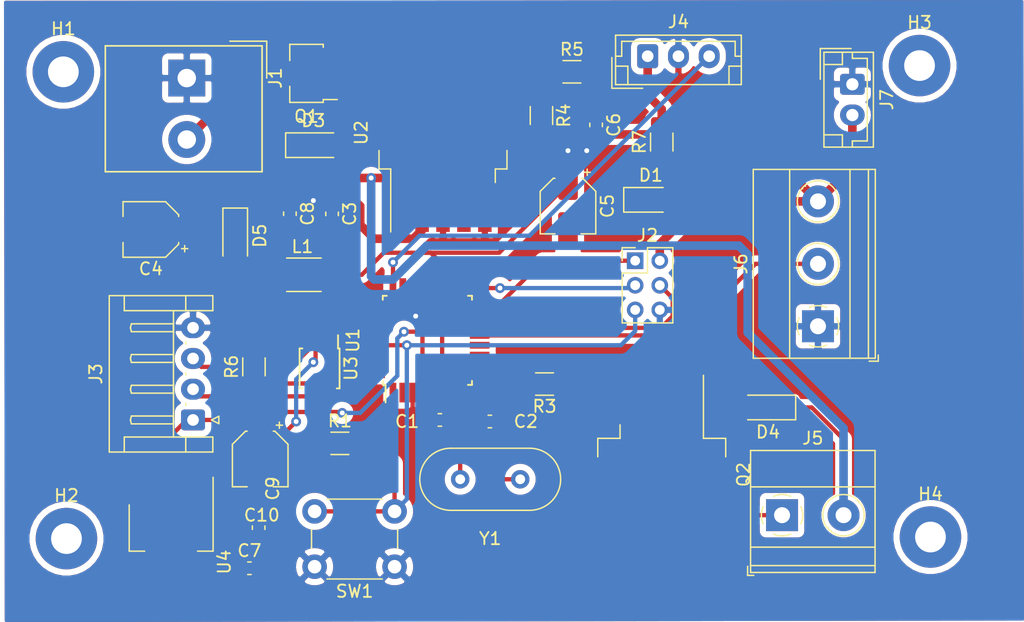
<source format=kicad_pcb>
(kicad_pcb (version 20171130) (host pcbnew "(5.1.8)-1")
  (layers (0 F.Cu signal) (31 B.Cu signal) (34 B.Paste user) (35 F.Paste user) (36 B.SilkS user) (37 F.SilkS user) (38 B.Mask user) (39 F.Mask user) (44 Edge.Cuts user))
  (net 0 "")
  (net 1 GND)
  (net 2 XTAL1)
  (net 3 XTAL2)
  (net 4 +5V)
  (net 5 +12V)
  (net 6 "Net-(C6-Pad1)")
  (net 7 +3V3)
  (net 8 "Net-(C10-Pad2)")
  (net 9 "Net-(D1-Pad2)")
  (net 10 "Net-(D4-Pad2)")
  (net 11 "Net-(D5-Pad1)")
  (net 12 "Net-(J1-Pad2)")
  (net 13 RST)
  (net 14 MOSI)
  (net 15 SCK)
  (net 16 MISO)
  (net 17 TX_Rasp)
  (net 18 RX_Rasp)
  (net 19 IR_Sen)
  (net 20 Servo)
  (net 21 "Net-(Q2-Pad1)")
  (net 22 PB1)
  (net 23 "Net-(R6-Pad1)")
  (net 24 "Net-(U1-Pad32)")
  (net 25 TX)
  (net 26 RX)
  (net 27 "Net-(U1-Pad28)")
  (net 28 "Net-(U1-Pad27)")
  (net 29 "Net-(U1-Pad26)")
  (net 30 "Net-(U1-Pad25)")
  (net 31 "Net-(U1-Pad23)")
  (net 32 "Net-(U1-Pad22)")
  (net 33 "Net-(U1-Pad20)")
  (net 34 "Net-(U1-Pad19)")
  (net 35 "Net-(U1-Pad14)")
  (net 36 "Net-(U1-Pad12)")
  (net 37 "Net-(U1-Pad11)")
  (net 38 "Net-(U1-Pad9)")
  (net 39 "Net-(U1-Pad2)")
  (net 40 "Net-(U1-Pad1)")
  (module MountingHole:MountingHole_2.5mm_Pad (layer F.Cu) (at 176.149 119.9515)
    (fp_text reference H4 (at 0 -3.5) (layer F.SilkS))
    (fp_text value MountingHole)
    (pad 1 thru_hole circle (at 0 0) (size 5 5) (drill 2.5) (layers *.Cu *.Mask))
  )
  (module MountingHole:MountingHole_2.5mm_Pad (layer F.Cu) (at 175.26 81.5975)
    (fp_text reference H3 (at 0 -3.5) (layer F.SilkS))
    (fp_text value MountingHole)
    (pad 1 thru_hole circle (at 0 0) (size 5 5) (drill 2.5) (layers *.Cu *.Mask))
  )
  (module MountingHole:MountingHole_2.5mm_Pad (layer F.Cu) (at 105.918 120.0785)
    (fp_text reference H2 (at 0 -3.5) (layer F.SilkS))
    (fp_text value MountingHole)
    (pad 1 thru_hole circle (at 0 0) (size 5 5) (drill 2.5) (layers *.Cu *.Mask))
  )
  (module MountingHole:MountingHole_2.5mm_Pad (layer F.Cu) (at 105.664 82.1055)
    (fp_text reference H1 (at 0 -3.5) (layer F.SilkS))
    (fp_text value MountingHole)
    (pad 1 thru_hole circle (at 0 0) (size 5 5) (drill 2.5) (layers *.Cu *.Mask))
  )
  (module Diode_SMD:D_PowerDI-123 (layer F.Cu) (at 153.416 92.5195)
    (fp_text reference D1 (at 0 -2) (layer F.SilkS))
    (fp_text value LED)
    (pad 2 smd rect (at 1.525 0 180) (size 1.05 1.5) (layers F.Cu F.Paste F.Mask) (net 9 "Net-(D1-Pad2)"))
    (pad 1 smd rect (at -0.85 0 180) (size 2.4 1.5) (layers F.Cu F.Paste F.Mask) (net 1 GND))
  )
  (module Crystal:Crystal_HC49-4H_Vertical (layer F.Cu) (at 137.922 115.2525)
    (fp_text reference Y1 (at 2.44 4.826) (layer F.SilkS))
    (fp_text value 16MHz)
    (pad 2 thru_hole circle (at 4.88 0) (size 1.5 1.5) (drill 0.8) (layers *.Cu *.Mask) (net 3 XTAL2))
    (pad 1 thru_hole circle (at 0 0) (size 1.5 1.5) (drill 0.8) (layers *.Cu *.Mask) (net 2 XTAL1))
  )
  (module Package_TO_SOT_SMD:SOT-223-3_TabPin2 (layer F.Cu) (at 114.427 119.1895 270)
    (fp_text reference U4 (at 2.794 -4.318 90) (layer F.SilkS))
    (fp_text value AMS1117-3.3)
    (pad 1 smd rect (at -3.15 -2.3 270) (size 2 1.5) (layers F.Cu F.Paste F.Mask) (net 8 "Net-(C10-Pad2)"))
    (pad 3 smd rect (at -3.15 2.3 270) (size 2 1.5) (layers F.Cu F.Paste F.Mask) (net 4 +5V))
    (pad 2 smd rect (at -3.15 0 270) (size 2 1.5) (layers F.Cu F.Paste F.Mask) (net 7 +3V3))
    (pad 2 smd rect (at 3.15 0 270) (size 2 3.8) (layers F.Cu F.Paste F.Mask) (net 7 +3V3))
  )
  (module Package_SO:TSSOP-8_3x3mm_P0.65mm (layer F.Cu) (at 126.492 106.2355 270)
    (fp_text reference U3 (at 0 -2.55 90) (layer F.SilkS))
    (fp_text value TXB0102DCT)
    (pad 8 smd rect (at 2.15 -0.975 270) (size 1.1 0.4) (layers F.Cu F.Paste F.Mask) (net 25 TX))
    (pad 7 smd rect (at 2.15 -0.325 270) (size 1.1 0.4) (layers F.Cu F.Paste F.Mask) (net 4 +5V))
    (pad 6 smd rect (at 2.15 0.325 270) (size 1.1 0.4) (layers F.Cu F.Paste F.Mask) (net 23 "Net-(R6-Pad1)"))
    (pad 5 smd rect (at 2.15 0.975 270) (size 1.1 0.4) (layers F.Cu F.Paste F.Mask) (net 17 TX_Rasp))
    (pad 4 smd rect (at -2.15 0.975 270) (size 1.1 0.4) (layers F.Cu F.Paste F.Mask) (net 18 RX_Rasp))
    (pad 3 smd rect (at -2.15 0.325 270) (size 1.1 0.4) (layers F.Cu F.Paste F.Mask) (net 7 +3V3))
    (pad 2 smd rect (at -2.15 -0.325 270) (size 1.1 0.4) (layers F.Cu F.Paste F.Mask) (net 1 GND))
    (pad 1 smd rect (at -2.15 -0.975 270) (size 1.1 0.4) (layers F.Cu F.Paste F.Mask) (net 26 RX))
  )
  (module Package_TO_SOT_SMD:TO-263-5_TabPin3 (layer F.Cu) (at 136.525 87.0585 90)
    (fp_text reference U2 (at 0 -6.65 90) (layer F.SilkS))
    (fp_text value LM2596S-5)
    (pad 3 smd rect (at 3.375 0 90) (size 9.4 10.8) (layers F.Cu F.Mask) (net 1 GND))
    (pad 5 smd rect (at -5.775 3.4 90) (size 4.6 1.1) (layers F.Cu F.Paste F.Mask) (net 1 GND))
    (pad 4 smd rect (at -5.775 1.7 90) (size 4.6 1.1) (layers F.Cu F.Paste F.Mask) (net 6 "Net-(C6-Pad1)"))
    (pad 3 smd rect (at -5.775 0 90) (size 4.6 1.1) (layers F.Cu F.Paste F.Mask) (net 1 GND))
    (pad 2 smd rect (at -5.775 -1.7 90) (size 4.6 1.1) (layers F.Cu F.Paste F.Mask) (net 11 "Net-(D5-Pad1)"))
    (pad 1 smd rect (at -5.775 -3.4 90) (size 4.6 1.1) (layers F.Cu F.Paste F.Mask) (net 5 +12V))
  )
  (module Package_QFP:TQFP-32_7x7mm_P0.8mm (layer F.Cu) (at 135.255 103.9495 90)
    (fp_text reference U1 (at 0 -6.05 90) (layer F.SilkS))
    (fp_text value ATmega328-AU)
    (pad 32 smd rect (at -2.8 -4.25 180) (size 1.6 0.55) (layers F.Cu F.Paste F.Mask) (net 24 "Net-(U1-Pad32)"))
    (pad 31 smd rect (at -2 -4.25 180) (size 1.6 0.55) (layers F.Cu F.Paste F.Mask) (net 25 TX))
    (pad 30 smd rect (at -1.2 -4.25 180) (size 1.6 0.55) (layers F.Cu F.Paste F.Mask) (net 26 RX))
    (pad 29 smd rect (at -0.4 -4.25 180) (size 1.6 0.55) (layers F.Cu F.Paste F.Mask) (net 13 RST))
    (pad 28 smd rect (at 0.4 -4.25 180) (size 1.6 0.55) (layers F.Cu F.Paste F.Mask) (net 27 "Net-(U1-Pad28)"))
    (pad 27 smd rect (at 1.2 -4.25 180) (size 1.6 0.55) (layers F.Cu F.Paste F.Mask) (net 28 "Net-(U1-Pad27)"))
    (pad 26 smd rect (at 2 -4.25 180) (size 1.6 0.55) (layers F.Cu F.Paste F.Mask) (net 29 "Net-(U1-Pad26)"))
    (pad 25 smd rect (at 2.8 -4.25 180) (size 1.6 0.55) (layers F.Cu F.Paste F.Mask) (net 30 "Net-(U1-Pad25)"))
    (pad 24 smd rect (at 4.25 -2.8 90) (size 1.6 0.55) (layers F.Cu F.Paste F.Mask) (net 19 IR_Sen))
    (pad 23 smd rect (at 4.25 -2 90) (size 1.6 0.55) (layers F.Cu F.Paste F.Mask) (net 31 "Net-(U1-Pad23)"))
    (pad 22 smd rect (at 4.25 -1.2 90) (size 1.6 0.55) (layers F.Cu F.Paste F.Mask) (net 32 "Net-(U1-Pad22)"))
    (pad 21 smd rect (at 4.25 -0.4 90) (size 1.6 0.55) (layers F.Cu F.Paste F.Mask) (net 1 GND))
    (pad 20 smd rect (at 4.25 0.4 90) (size 1.6 0.55) (layers F.Cu F.Paste F.Mask) (net 33 "Net-(U1-Pad20)"))
    (pad 19 smd rect (at 4.25 1.2 90) (size 1.6 0.55) (layers F.Cu F.Paste F.Mask) (net 34 "Net-(U1-Pad19)"))
    (pad 18 smd rect (at 4.25 2 90) (size 1.6 0.55) (layers F.Cu F.Paste F.Mask) (net 4 +5V))
    (pad 17 smd rect (at 4.25 2.8 90) (size 1.6 0.55) (layers F.Cu F.Paste F.Mask) (net 15 SCK))
    (pad 16 smd rect (at 2.8 4.25 180) (size 1.6 0.55) (layers F.Cu F.Paste F.Mask) (net 16 MISO))
    (pad 15 smd rect (at 2 4.25 180) (size 1.6 0.55) (layers F.Cu F.Paste F.Mask) (net 14 MOSI))
    (pad 14 smd rect (at 1.2 4.25 180) (size 1.6 0.55) (layers F.Cu F.Paste F.Mask) (net 35 "Net-(U1-Pad14)"))
    (pad 13 smd rect (at 0.4 4.25 180) (size 1.6 0.55) (layers F.Cu F.Paste F.Mask) (net 20 Servo))
    (pad 12 smd rect (at -0.4 4.25 180) (size 1.6 0.55) (layers F.Cu F.Paste F.Mask) (net 36 "Net-(U1-Pad12)"))
    (pad 11 smd rect (at -1.2 4.25 180) (size 1.6 0.55) (layers F.Cu F.Paste F.Mask) (net 37 "Net-(U1-Pad11)"))
    (pad 10 smd rect (at -2 4.25 180) (size 1.6 0.55) (layers F.Cu F.Paste F.Mask) (net 22 PB1))
    (pad 9 smd rect (at -2.8 4.25 180) (size 1.6 0.55) (layers F.Cu F.Paste F.Mask) (net 38 "Net-(U1-Pad9)"))
    (pad 8 smd rect (at -4.25 2.8 90) (size 1.6 0.55) (layers F.Cu F.Paste F.Mask) (net 3 XTAL2))
    (pad 7 smd rect (at -4.25 2 90) (size 1.6 0.55) (layers F.Cu F.Paste F.Mask) (net 2 XTAL1))
    (pad 6 smd rect (at -4.25 1.2 90) (size 1.6 0.55) (layers F.Cu F.Paste F.Mask) (net 4 +5V))
    (pad 5 smd rect (at -4.25 0.4 90) (size 1.6 0.55) (layers F.Cu F.Paste F.Mask) (net 1 GND))
    (pad 4 smd rect (at -4.25 -0.4 90) (size 1.6 0.55) (layers F.Cu F.Paste F.Mask) (net 4 +5V))
    (pad 3 smd rect (at -4.25 -1.2 90) (size 1.6 0.55) (layers F.Cu F.Paste F.Mask) (net 1 GND))
    (pad 2 smd rect (at -4.25 -2 90) (size 1.6 0.55) (layers F.Cu F.Paste F.Mask) (net 39 "Net-(U1-Pad2)"))
    (pad 1 smd rect (at -4.25 -2.8 90) (size 1.6 0.55) (layers F.Cu F.Paste F.Mask) (net 40 "Net-(U1-Pad1)"))
  )
  (module Button_Switch_THT:SW_PUSH_6mm (layer F.Cu) (at 132.588 122.3645 180)
    (fp_text reference SW1 (at 3.25 -2) (layer F.SilkS))
    (fp_text value SW_Push)
    (pad 1 thru_hole circle (at 6.5 0 270) (size 2 2) (drill 1.1) (layers *.Cu *.Mask) (net 1 GND))
    (pad 2 thru_hole circle (at 6.5 4.5 270) (size 2 2) (drill 1.1) (layers *.Cu *.Mask) (net 13 RST))
    (pad 1 thru_hole circle (at 0 0 270) (size 2 2) (drill 1.1) (layers *.Cu *.Mask) (net 1 GND))
    (pad 2 thru_hole circle (at 0 4.5 270) (size 2 2) (drill 1.1) (layers *.Cu *.Mask) (net 13 RST))
  )
  (module Resistor_SMD:R_1206_3216Metric (layer F.Cu) (at 154.305 87.8205 90)
    (fp_text reference R7 (at 0 -1.82 90) (layer F.SilkS))
    (fp_text value 1k)
    (pad 2 smd roundrect (at 1.4625 0 90) (size 1.125 1.75) (layers F.Cu F.Paste F.Mask) (roundrect_rratio 0.2222213333333333) (net 4 +5V))
    (pad 1 smd roundrect (at -1.4625 0 90) (size 1.125 1.75) (layers F.Cu F.Paste F.Mask) (roundrect_rratio 0.2222213333333333) (net 9 "Net-(D1-Pad2)"))
  )
  (module Resistor_SMD:R_1206_3216Metric (layer F.Cu) (at 121.158 106.1085 90)
    (fp_text reference R6 (at 0 -1.82 90) (layer F.SilkS))
    (fp_text value 50k)
    (pad 2 smd roundrect (at 1.4625 0 90) (size 1.125 1.75) (layers F.Cu F.Paste F.Mask) (roundrect_rratio 0.2222213333333333) (net 1 GND))
    (pad 1 smd roundrect (at -1.4625 0 90) (size 1.125 1.75) (layers F.Cu F.Paste F.Mask) (roundrect_rratio 0.2222213333333333) (net 23 "Net-(R6-Pad1)"))
  )
  (module Resistor_SMD:R_1206_3216Metric (layer F.Cu) (at 147.0045 82.1055)
    (fp_text reference R5 (at 0 -1.82) (layer F.SilkS))
    (fp_text value 1k)
    (pad 2 smd roundrect (at 1.4625 0) (size 1.125 1.75) (layers F.Cu F.Paste F.Mask) (roundrect_rratio 0.2222213333333333) (net 6 "Net-(C6-Pad1)"))
    (pad 1 smd roundrect (at -1.4625 0) (size 1.125 1.75) (layers F.Cu F.Paste F.Mask) (roundrect_rratio 0.2222213333333333) (net 1 GND))
  )
  (module Resistor_SMD:R_1206_3216Metric (layer F.Cu) (at 144.526 85.6615 270)
    (fp_text reference R4 (at 0 -1.82 90) (layer F.SilkS))
    (fp_text value 3k1)
    (pad 2 smd roundrect (at 1.4625 0 270) (size 1.125 1.75) (layers F.Cu F.Paste F.Mask) (roundrect_rratio 0.2222213333333333) (net 4 +5V))
    (pad 1 smd roundrect (at -1.4625 0 270) (size 1.125 1.75) (layers F.Cu F.Paste F.Mask) (roundrect_rratio 0.2222213333333333) (net 6 "Net-(C6-Pad1)"))
  )
  (module Resistor_SMD:R_1206_3216Metric (layer F.Cu) (at 144.78 107.5055 180)
    (fp_text reference R3 (at 0 -1.82) (layer F.SilkS))
    (fp_text value 2k2)
    (pad 2 smd roundrect (at 1.4625 0 180) (size 1.125 1.75) (layers F.Cu F.Paste F.Mask) (roundrect_rratio 0.2222213333333333) (net 22 PB1))
    (pad 1 smd roundrect (at -1.4625 0 180) (size 1.125 1.75) (layers F.Cu F.Paste F.Mask) (roundrect_rratio 0.2222213333333333) (net 21 "Net-(Q2-Pad1)"))
  )
  (module Resistor_SMD:R_1206_3216Metric (layer F.Cu) (at 128.143 112.3315)
    (fp_text reference R1 (at 0 -1.82) (layer F.SilkS))
    (fp_text value 10k)
    (pad 2 smd roundrect (at 1.4625 0) (size 1.125 1.75) (layers F.Cu F.Paste F.Mask) (roundrect_rratio 0.2222213333333333) (net 13 RST))
    (pad 1 smd roundrect (at -1.4625 0) (size 1.125 1.75) (layers F.Cu F.Paste F.Mask) (roundrect_rratio 0.2222213333333333) (net 4 +5V))
  )
  (module Package_TO_SOT_SMD:TO-263-2 (layer F.Cu) (at 154.305 114.8715 270)
    (fp_text reference Q2 (at 0 -6.65 90) (layer F.SilkS))
    (fp_text value TIP120)
    (pad 2 smd rect (at 3.375 0 270) (size 9.4 10.8) (layers F.Cu F.Mask) (net 10 "Net-(D4-Pad2)"))
    (pad 3 smd rect (at -5.775 2.54 270) (size 4.6 1.1) (layers F.Cu F.Paste F.Mask) (net 1 GND))
    (pad 1 smd rect (at -5.775 -2.54 270) (size 4.6 1.1) (layers F.Cu F.Paste F.Mask) (net 21 "Net-(Q2-Pad1)"))
  )
  (module Package_TO_SOT_SMD:SOT-89-3 (layer F.Cu) (at 125.73 82.2325 180)
    (fp_text reference Q1 (at 0.3 -3.5) (layer F.SilkS))
    (fp_text value TP0610L)
    (pad 2 smd custom (at -1.5625 0 180) (size 1.475 0.9) (layers F.Cu F.Paste F.Mask) (net 1 GND) (options (clearance outline) (anchor rect)) (primitives (gr_poly (pts (xy 0.7375 -0.8665) (xy 3.8625 -0.8665) (xy 3.8625 0.8665) (xy 0.7375 0.8665)) (width 0))))
    (pad 3 smd rect (at -1.65 1.5 180) (size 1.3 0.9) (layers F.Cu F.Paste F.Mask) (net 12 "Net-(J1-Pad2)"))
    (pad 1 smd rect (at -1.65 -1.5 180) (size 1.3 0.9) (layers F.Cu F.Paste F.Mask) (net 5 +12V))
  )
  (module Inductor_SMD:L_2010_5025Metric (layer F.Cu) (at 125.222 98.6155)
    (fp_text reference L1 (at -0.127 -2.286) (layer F.SilkS))
    (fp_text value 33uH)
    (pad 2 smd roundrect (at 2.25 0) (size 1.35 2.65) (layers F.Cu F.Paste F.Mask) (roundrect_rratio 0.1851844444444445) (net 4 +5V))
    (pad 1 smd roundrect (at -2.25 0) (size 1.35 2.65) (layers F.Cu F.Paste F.Mask) (roundrect_rratio 0.1851844444444445) (net 11 "Net-(D5-Pad1)"))
  )
  (module Connector_JST:JST_EH_B2B-EH-A_1x02_P2.50mm_Vertical (layer F.Cu) (at 169.799 83.1215 270)
    (fp_text reference J7 (at 1.25 -2.8 90) (layer F.SilkS))
    (fp_text value Raspberry)
    (pad 2 thru_hole oval (at 2.5 0 270) (size 1.7 2) (drill 1) (layers *.Cu *.Mask) (net 4 +5V))
    (pad 1 thru_hole roundrect (at 0 0 270) (size 1.7 2) (drill 1) (layers *.Cu *.Mask) (roundrect_rratio 0.1470588235294118) (net 1 GND))
  )
  (module TerminalBlock_Phoenix:TerminalBlock_Phoenix_MKDS-1,5-3-5.08_1x03_P5.08mm_Horizontal (layer F.Cu) (at 167.005 102.8065 90)
    (fp_text reference J6 (at 5.08 -6.26 90) (layer F.SilkS))
    (fp_text value "Servo Motor")
    (pad 3 thru_hole circle (at 10.16 0 90) (size 2.6 2.6) (drill 1.3) (layers *.Cu *.Mask) (net 4 +5V))
    (pad 2 thru_hole circle (at 5.08 0 90) (size 2.6 2.6) (drill 1.3) (layers *.Cu *.Mask) (net 20 Servo))
    (pad 1 thru_hole rect (at 0 0 90) (size 2.6 2.6) (drill 1.3) (layers *.Cu *.Mask) (net 1 GND))
  )
  (module TerminalBlock_Phoenix:TerminalBlock_Phoenix_MKDS-1,5-2_1x02_P5.00mm_Horizontal (layer F.Cu) (at 164.084 118.1735)
    (fp_text reference J5 (at 2.5 -6.26) (layer F.SilkS))
    (fp_text value solenoid)
    (pad 2 thru_hole circle (at 5 0) (size 2.6 2.6) (drill 1.3) (layers *.Cu *.Mask) (net 5 +12V))
    (pad 1 thru_hole rect (at 0 0) (size 2.6 2.6) (drill 1.3) (layers *.Cu *.Mask) (net 10 "Net-(D4-Pad2)"))
  )
  (module Connector_JST:JST_EH_B3B-EH-A_1x03_P2.50mm_Vertical (layer F.Cu) (at 153.162 80.8355)
    (fp_text reference J4 (at 2.5 -2.8) (layer F.SilkS))
    (fp_text value "Sharp Sensor")
    (pad 3 thru_hole oval (at 5 0) (size 1.7 1.95) (drill 0.95) (layers *.Cu *.Mask) (net 19 IR_Sen))
    (pad 2 thru_hole oval (at 2.5 0) (size 1.7 1.95) (drill 0.95) (layers *.Cu *.Mask) (net 1 GND))
    (pad 1 thru_hole roundrect (at 0 0) (size 1.7 1.95) (drill 0.95) (layers *.Cu *.Mask) (roundrect_rratio 0.1470588235294118) (net 4 +5V))
  )
  (module Connector_JST:JST_EH_S4B-EH_1x04_P2.50mm_Horizontal (layer F.Cu) (at 116.205 110.4265 90)
    (fp_text reference J3 (at 3.75 -7.9 90) (layer F.SilkS))
    (fp_text value "UART to raspberry")
    (pad 4 thru_hole oval (at 7.5 0 90) (size 1.7 1.95) (drill 0.95) (layers *.Cu *.Mask) (net 1 GND))
    (pad 3 thru_hole oval (at 5 0 90) (size 1.7 1.95) (drill 0.95) (layers *.Cu *.Mask) (net 18 RX_Rasp))
    (pad 2 thru_hole oval (at 2.5 0 90) (size 1.7 1.95) (drill 0.95) (layers *.Cu *.Mask) (net 17 TX_Rasp))
    (pad 1 thru_hole roundrect (at 0 0 90) (size 1.7 1.95) (drill 0.95) (layers *.Cu *.Mask) (roundrect_rratio 0.1470588235294118) (net 4 +5V))
  )
  (module Connector_PinHeader_2.00mm:PinHeader_2x03_P2.00mm_Vertical (layer F.Cu) (at 152.146 97.4725)
    (fp_text reference J2 (at 1 -2.06) (layer F.SilkS))
    (fp_text value AVR-ISP-6)
    (pad 6 thru_hole oval (at 2 4) (size 1.35 1.35) (drill 0.8) (layers *.Cu *.Mask) (net 1 GND))
    (pad 5 thru_hole oval (at 0 4) (size 1.35 1.35) (drill 0.8) (layers *.Cu *.Mask) (net 13 RST))
    (pad 4 thru_hole oval (at 2 2) (size 1.35 1.35) (drill 0.8) (layers *.Cu *.Mask) (net 14 MOSI))
    (pad 3 thru_hole oval (at 0 2) (size 1.35 1.35) (drill 0.8) (layers *.Cu *.Mask) (net 15 SCK))
    (pad 2 thru_hole oval (at 2 0) (size 1.35 1.35) (drill 0.8) (layers *.Cu *.Mask) (net 4 +5V))
    (pad 1 thru_hole rect (at 0 0) (size 1.35 1.35) (drill 0.8) (layers *.Cu *.Mask) (net 16 MISO))
  )
  (module TerminalBlock_Altech:Altech_AK300_1x02_P5.00mm_45-Degree (layer F.Cu) (at 115.697 82.6135 270)
    (fp_text reference J1 (at 0 -7.2 90) (layer F.SilkS))
    (fp_text value "Input Voltage 12V")
    (pad 2 thru_hole circle (at 5 0 270) (size 3 3) (drill 1.5) (layers *.Cu *.Mask) (net 12 "Net-(J1-Pad2)"))
    (pad 1 thru_hole rect (at 0 0 270) (size 3 3) (drill 1.5) (layers *.Cu *.Mask) (net 1 GND))
  )
  (module Diode_SMD:D_SOD-123 (layer F.Cu) (at 119.634 95.4405 270)
    (fp_text reference D5 (at 0 -2 90) (layer F.SilkS))
    (fp_text value 1N5822)
    (pad 2 smd rect (at 1.65 0 270) (size 0.9 1.2) (layers F.Cu F.Paste F.Mask) (net 1 GND))
    (pad 1 smd rect (at -1.65 0 270) (size 0.9 1.2) (layers F.Cu F.Paste F.Mask) (net 11 "Net-(D5-Pad1)"))
  )
  (module Diode_SMD:D_SOD-123 (layer F.Cu) (at 162.942 109.4105 180)
    (fp_text reference D4 (at 0 -2) (layer F.SilkS))
    (fp_text value 1N4001)
    (pad 2 smd rect (at 1.65 0 180) (size 0.9 1.2) (layers F.Cu F.Paste F.Mask) (net 10 "Net-(D4-Pad2)"))
    (pad 1 smd rect (at -1.65 0 180) (size 0.9 1.2) (layers F.Cu F.Paste F.Mask) (net 5 +12V))
  )
  (module Diode_SMD:D_SOD-123 (layer F.Cu) (at 125.984 88.0745)
    (fp_text reference D3 (at 0 -2) (layer F.SilkS))
    (fp_text value D_Zener_Small)
    (pad 2 smd rect (at 1.65 0) (size 0.9 1.2) (layers F.Cu F.Paste F.Mask) (net 1 GND))
    (pad 1 smd rect (at -1.65 0) (size 0.9 1.2) (layers F.Cu F.Paste F.Mask) (net 5 +12V))
  )
  (module Capacitor_SMD:CP_Elec_4x3 (layer F.Cu) (at 121.666 113.6015 270)
    (fp_text reference C10 (at 4.572 -0.127 180) (layer F.SilkS))
    (fp_text value 10uF)
    (pad 2 smd roundrect (at 1.8 0 270) (size 2.6 1.6) (layers F.Cu F.Paste F.Mask) (roundrect_rratio 0.15625) (net 8 "Net-(C10-Pad2)"))
    (pad 1 smd roundrect (at -1.8 0 270) (size 2.6 1.6) (layers F.Cu F.Paste F.Mask) (roundrect_rratio 0.15625) (net 7 +3V3))
  )
  (module Capacitor_SMD:C_0603_1608Metric (layer F.Cu) (at 121.539 119.1895 90)
    (fp_text reference C9 (at 3.188 1.143 90) (layer F.SilkS))
    (fp_text value 10uF)
    (pad 2 smd roundrect (at 0.775 0 90) (size 0.9 0.95) (layers F.Cu F.Paste F.Mask) (net 8 "Net-(C10-Pad2)"))
    (pad 1 smd roundrect (at -0.775 0 90) (size 0.9 0.95) (layers F.Cu F.Paste F.Mask) (net 4 +5V))
  )
  (module Capacitor_SMD:C_0603_1608Metric (layer F.Cu) (at 124.079 93.6495 270)
    (fp_text reference C8 (at 0 -1.43 90) (layer F.SilkS))
    (fp_text value 0.1uF)
    (pad 2 smd roundrect (at 0.775 0 270) (size 0.9 0.95) (layers F.Cu F.Paste F.Mask) (net 4 +5V))
    (pad 1 smd roundrect (at -0.775 0 270) (size 0.9 0.95) (layers F.Cu F.Paste F.Mask) (net 1 GND))
  )
  (module Capacitor_SMD:C_0603_1608Metric (layer F.Cu) (at 120.79 122.4915)
    (fp_text reference C7 (at 0 -1.43) (layer F.SilkS))
    (fp_text value 0.1uF)
    (pad 2 smd roundrect (at 0.775 0) (size 0.9 0.95) (layers F.Cu F.Paste F.Mask) (net 1 GND))
    (pad 1 smd roundrect (at -0.775 0) (size 0.9 0.95) (layers F.Cu F.Paste F.Mask) (net 7 +3V3))
  )
  (module Capacitor_SMD:C_0603_1608Metric (layer F.Cu) (at 148.971 86.4235 270)
    (fp_text reference C6 (at 0 -1.43 90) (layer F.SilkS))
    (fp_text value 15nF)
    (pad 2 smd roundrect (at 0.775 0 270) (size 0.9 0.95) (layers F.Cu F.Paste F.Mask) (net 4 +5V))
    (pad 1 smd roundrect (at -0.775 0 270) (size 0.9 0.95) (layers F.Cu F.Paste F.Mask) (net 6 "Net-(C6-Pad1)"))
  )
  (module Capacitor_SMD:CP_Elec_4x3 (layer F.Cu) (at 146.685 93.0275 270)
    (fp_text reference C5 (at 0 -3.2 90) (layer F.SilkS))
    (fp_text value 220uF)
    (pad 2 smd roundrect (at 1.8 0 270) (size 2.6 1.6) (layers F.Cu F.Paste F.Mask) (roundrect_rratio 0.15625) (net 1 GND))
    (pad 1 smd roundrect (at -1.8 0 270) (size 2.6 1.6) (layers F.Cu F.Paste F.Mask) (roundrect_rratio 0.15625) (net 4 +5V))
  )
  (module Capacitor_SMD:CP_Elec_4x3 (layer F.Cu) (at 112.776 94.9325 180)
    (fp_text reference C4 (at 0 -3.2) (layer F.SilkS))
    (fp_text value 100uF)
    (pad 2 smd roundrect (at 1.8 0 180) (size 2.6 1.6) (layers F.Cu F.Paste F.Mask) (roundrect_rratio 0.15625) (net 1 GND))
    (pad 1 smd roundrect (at -1.8 0 180) (size 2.6 1.6) (layers F.Cu F.Paste F.Mask) (roundrect_rratio 0.15625) (net 5 +12V))
  )
  (module Capacitor_SMD:C_0603_1608Metric (layer F.Cu) (at 127.508 93.6625 270)
    (fp_text reference C3 (at 0 -1.43 90) (layer F.SilkS))
    (fp_text value 100nF)
    (pad 2 smd roundrect (at 0.775 0 270) (size 0.9 0.95) (layers F.Cu F.Paste F.Mask) (net 4 +5V))
    (pad 1 smd roundrect (at -0.775 0 270) (size 0.9 0.95) (layers F.Cu F.Paste F.Mask) (net 1 GND))
  )
  (module Capacitor_SMD:C_0603_1608Metric (layer F.Cu) (at 140.335 110.5535)
    (fp_text reference C2 (at 2.921 0) (layer F.SilkS))
    (fp_text value 23pF)
    (pad 2 smd roundrect (at 0.775 0) (size 0.9 0.95) (layers F.Cu F.Paste F.Mask) (net 1 GND))
    (pad 1 smd roundrect (at -0.775 0) (size 0.9 0.95) (layers F.Cu F.Paste F.Mask) (net 3 XTAL2))
  )
  (module Capacitor_SMD:C_0603_1608Metric (layer F.Cu) (at 136.271 110.4265 180)
    (fp_text reference C1 (at 2.667 -0.127) (layer F.SilkS))
    (fp_text value 23pF)
    (pad 2 smd roundrect (at 0.775 0 180) (size 0.9 0.95) (layers F.Cu F.Paste F.Mask) (net 1 GND))
    (pad 1 smd roundrect (at -0.775 0 180) (size 0.9 0.95) (layers F.Cu F.Paste F.Mask) (net 2 XTAL1))
  )
  (via (at 134.3025 101.981) (size 0.8) (drill 0.4) (layers F.Cu B.Cu) (net 1))
  (segment (start 116.205 102.9265) (end 126.485 102.9265) (width 0.35) (layer F.Cu) (net 1))
  (segment (start 126.817 103.2585) (end 126.817 104.0855) (width 0.35) (layer F.Cu) (net 1))
  (segment (start 126.485 102.9265) (end 126.817 103.2585) (width 0.35) (layer F.Cu) (net 1))
  (segment (start 134.855 101.4285) (end 134.3025 101.981) (width 0.35) (layer F.Cu) (net 1))
  (segment (start 134.855 99.6995) (end 134.855 101.4285) (width 0.35) (layer F.Cu) (net 1))
  (via (at 125.984 92.583) (size 0.8) (drill 0.4) (layers F.Cu B.Cu) (net 1))
  (segment (start 126.2885 92.8875) (end 125.984 92.583) (width 0.35) (layer F.Cu) (net 1))
  (segment (start 127.508 92.8875) (end 126.2885 92.8875) (width 0.35) (layer F.Cu) (net 1))
  (segment (start 138.103 82.1055) (end 136.525 83.6835) (width 0.35) (layer F.Cu) (net 1))
  (segment (start 145.542 82.1055) (end 138.103 82.1055) (width 0.35) (layer F.Cu) (net 1))
  (via (at 148.209 88.519) (size 0.8) (drill 0.4) (layers F.Cu B.Cu) (net 1))
  (via (at 146.685 88.519) (size 0.8) (drill 0.4) (layers F.Cu B.Cu) (net 1))
  (segment (start 135.655 110.2675) (end 135.496 110.4265) (width 0.35) (layer F.Cu) (net 1))
  (segment (start 135.655 108.1995) (end 135.655 110.2675) (width 0.35) (layer F.Cu) (net 1))
  (segment (start 135.046 110.4265) (end 135.496 110.4265) (width 0.35) (layer F.Cu) (net 1))
  (segment (start 134.055 109.4355) (end 135.046 110.4265) (width 0.35) (layer F.Cu) (net 1))
  (segment (start 134.055 108.1995) (end 134.055 109.4355) (width 0.35) (layer F.Cu) (net 1))
  (segment (start 137.255 110.2175) (end 137.046 110.4265) (width 0.35) (layer F.Cu) (net 2))
  (segment (start 137.255 108.1995) (end 137.255 110.2175) (width 0.35) (layer F.Cu) (net 2))
  (segment (start 137.046 110.4265) (end 137.046 110.9475) (width 0.35) (layer F.Cu) (net 2))
  (segment (start 137.922 111.8235) (end 137.922 115.2525) (width 0.35) (layer F.Cu) (net 2))
  (segment (start 137.046 110.9475) (end 137.922 111.8235) (width 0.35) (layer F.Cu) (net 2))
  (segment (start 139.56 110.5535) (end 138.684 110.5535) (width 0.35) (layer F.Cu) (net 3))
  (segment (start 138.055 109.9245) (end 138.055 108.1995) (width 0.35) (layer F.Cu) (net 3))
  (segment (start 138.684 110.5535) (end 138.055 109.9245) (width 0.35) (layer F.Cu) (net 3))
  (segment (start 139.56 110.5535) (end 139.56 113.4615) (width 0.35) (layer F.Cu) (net 3))
  (segment (start 141.351 115.2525) (end 142.802 115.2525) (width 0.35) (layer F.Cu) (net 3))
  (segment (start 139.56 113.4615) (end 141.351 115.2525) (width 0.35) (layer F.Cu) (net 3))
  (segment (start 127.495 94.4245) (end 127.508 94.4375) (width 0.7) (layer F.Cu) (net 4))
  (segment (start 124.079 94.4245) (end 127.495 94.4245) (width 0.7) (layer F.Cu) (net 4))
  (segment (start 127.508 98.5795) (end 127.472 98.6155) (width 0.7) (layer F.Cu) (net 4))
  (segment (start 127.508 94.4375) (end 127.508 98.5795) (width 0.7) (layer F.Cu) (net 4))
  (segment (start 148.8965 87.124) (end 148.971 87.1985) (width 0.7) (layer F.Cu) (net 4))
  (segment (start 144.526 87.124) (end 148.8965 87.124) (width 0.7) (layer F.Cu) (net 4))
  (segment (start 146.685 91.2275) (end 145.647 91.2275) (width 0.7) (layer F.Cu) (net 4))
  (segment (start 144.526 90.1065) (end 144.526 87.124) (width 0.7) (layer F.Cu) (net 4))
  (segment (start 145.647 91.2275) (end 144.526 90.1065) (width 0.7) (layer F.Cu) (net 4))
  (segment (start 153.4645 87.1985) (end 154.305 86.358) (width 0.7) (layer F.Cu) (net 4))
  (segment (start 148.971 87.1985) (end 153.4645 87.1985) (width 0.7) (layer F.Cu) (net 4))
  (segment (start 154.305 86.358) (end 154.305 85.1535) (width 0.7) (layer F.Cu) (net 4))
  (segment (start 153.162 84.0105) (end 153.162 80.8355) (width 0.7) (layer F.Cu) (net 4))
  (segment (start 154.305 85.1535) (end 153.162 84.0105) (width 0.7) (layer F.Cu) (net 4))
  (segment (start 169.799 89.8525) (end 167.005 92.6465) (width 0.7) (layer F.Cu) (net 4))
  (segment (start 169.799 85.6215) (end 169.799 89.8525) (width 0.7) (layer F.Cu) (net 4))
  (segment (start 154.146 97.4725) (end 154.146 96.1075) (width 0.7) (layer F.Cu) (net 4))
  (segment (start 157.607 92.6465) (end 167.005 92.6465) (width 0.7) (layer F.Cu) (net 4))
  (segment (start 154.146 96.1075) (end 157.607 92.6465) (width 0.7) (layer F.Cu) (net 4))
  (segment (start 160.7165 86.358) (end 167.005 92.6465) (width 0.7) (layer F.Cu) (net 4))
  (segment (start 154.305 86.358) (end 160.7165 86.358) (width 0.7) (layer F.Cu) (net 4))
  (segment (start 112.127 116.0395) (end 112.127 115.2665) (width 0.35) (layer F.Cu) (net 4))
  (segment (start 112.127 116.0395) (end 112.127 113.9965) (width 0.35) (layer F.Cu) (net 4))
  (segment (start 115.697 110.4265) (end 116.205 110.4265) (width 0.35) (layer F.Cu) (net 4))
  (segment (start 112.127 113.9965) (end 115.697 110.4265) (width 0.35) (layer F.Cu) (net 4))
  (segment (start 126.6805 112.3315) (end 124.079 114.933) (width 0.35) (layer F.Cu) (net 4))
  (segment (start 124.079 114.933) (end 124.079 118.8085) (width 0.35) (layer F.Cu) (net 4))
  (segment (start 122.923 119.9645) (end 121.539 119.9645) (width 0.35) (layer F.Cu) (net 4))
  (segment (start 124.079 118.8085) (end 122.923 119.9645) (width 0.35) (layer F.Cu) (net 4))
  (segment (start 126.817 112.195) (end 126.6805 112.3315) (width 0.35) (layer F.Cu) (net 4))
  (segment (start 136.455 101.6495) (end 136.455 108.1995) (width 0.35) (layer F.Cu) (net 4))
  (segment (start 137.255 99.6995) (end 137.255 100.8495) (width 0.35) (layer F.Cu) (net 4))
  (segment (start 134.855 103.2495) (end 136.61 101.4945) (width 0.35) (layer F.Cu) (net 4))
  (segment (start 134.855 108.1995) (end 134.855 103.2495) (width 0.35) (layer F.Cu) (net 4))
  (segment (start 136.61 101.4945) (end 136.455 101.6495) (width 0.35) (layer F.Cu) (net 4))
  (segment (start 137.255 100.8495) (end 136.61 101.4945) (width 0.35) (layer F.Cu) (net 4))
  (segment (start 137.255 98.5495) (end 135.529999 96.824499) (width 0.35) (layer F.Cu) (net 4))
  (segment (start 137.255 99.6995) (end 137.255 98.5495) (width 0.35) (layer F.Cu) (net 4))
  (segment (start 129.921 98.6155) (end 127.472 98.6155) (width 0.35) (layer F.Cu) (net 4))
  (segment (start 131.712001 96.824499) (end 129.921 98.6155) (width 0.35) (layer F.Cu) (net 4))
  (segment (start 116.205 110.4265) (end 119.634 110.4265) (width 0.35) (layer F.Cu) (net 4))
  (segment (start 126.620999 109.778499) (end 126.817 109.9745) (width 0.35) (layer F.Cu) (net 4))
  (segment (start 120.282001 109.778499) (end 126.620999 109.778499) (width 0.35) (layer F.Cu) (net 4))
  (segment (start 119.634 110.4265) (end 120.282001 109.778499) (width 0.35) (layer F.Cu) (net 4))
  (segment (start 126.817 109.9745) (end 126.817 112.195) (width 0.35) (layer F.Cu) (net 4))
  (segment (start 126.817 108.3855) (end 126.817 109.9745) (width 0.35) (layer F.Cu) (net 4))
  (segment (start 141.088001 96.824499) (end 135.077501 96.824499) (width 0.35) (layer F.Cu) (net 4))
  (segment (start 146.685 91.2275) (end 141.088001 96.824499) (width 0.35) (layer F.Cu) (net 4))
  (segment (start 135.077501 96.824499) (end 131.712001 96.824499) (width 0.35) (layer F.Cu) (net 4))
  (segment (start 135.529999 96.824499) (end 135.077501 96.824499) (width 0.35) (layer F.Cu) (net 4))
  (segment (start 134.855 103.2495) (end 133.3515 103.2495) (width 0.35) (layer F.Cu) (net 4))
  (segment (start 133.3515 103.2495) (end 133.3515 103.2495) (width 0.35) (layer F.Cu) (net 4))
  (via (at 133.3515 103.2495) (size 0.8) (drill 0.4) (layers F.Cu B.Cu) (net 4))
  (segment (start 132.809999 103.791001) (end 132.809999 106.839001) (width 0.35) (layer B.Cu) (net 4))
  (segment (start 133.3515 103.2495) (end 132.809999 103.791001) (width 0.35) (layer B.Cu) (net 4))
  (segment (start 132.809999 106.839001) (end 129.794 109.855) (width 0.35) (layer B.Cu) (net 4))
  (segment (start 129.794 109.855) (end 128.3335 109.855) (width 0.35) (layer B.Cu) (net 4))
  (segment (start 128.3335 109.855) (end 128.3335 109.855) (width 0.35) (layer B.Cu) (net 4))
  (via (at 128.3335 109.855) (size 0.8) (drill 0.4) (layers F.Cu B.Cu) (net 4))
  (segment (start 128.256999 109.778499) (end 128.3335 109.855) (width 0.35) (layer F.Cu) (net 4))
  (segment (start 126.620999 109.778499) (end 128.256999 109.778499) (width 0.35) (layer F.Cu) (net 4))
  (segment (start 124.334 88.0745) (end 124.334 85.0255) (width 0.7) (layer F.Cu) (net 5))
  (segment (start 124.334 85.0255) (end 125.71049 83.64901) (width 0.7) (layer F.Cu) (net 5))
  (segment (start 127.29651 83.64901) (end 127.38 83.7325) (width 0.7) (layer F.Cu) (net 5))
  (segment (start 125.71049 83.64901) (end 127.29651 83.64901) (width 0.7) (layer F.Cu) (net 5))
  (segment (start 114.576 94.9325) (end 114.576 93.8945) (width 0.7) (layer F.Cu) (net 5))
  (segment (start 120.396 88.0745) (end 124.334 88.0745) (width 0.7) (layer F.Cu) (net 5))
  (segment (start 124.334 88.0745) (end 124.334 89.4725) (width 0.7) (layer F.Cu) (net 5))
  (segment (start 124.334 89.4725) (end 125.603 90.7415) (width 0.7) (layer F.Cu) (net 5))
  (segment (start 133.125 91.6595) (end 133.125 92.8335) (width 0.7) (layer F.Cu) (net 5))
  (segment (start 132.207 90.7415) (end 133.125 91.6595) (width 0.7) (layer F.Cu) (net 5))
  (segment (start 120.396 88.0745) (end 116.84 91.6305) (width 0.7) (layer F.Cu) (net 5))
  (segment (start 116.84 91.6305) (end 116.84 91.6305) (width 0.7) (layer F.Cu) (net 5))
  (segment (start 116.84 91.6305) (end 114.576 93.8945) (width 0.7) (layer F.Cu) (net 5))
  (segment (start 164.592 109.4105) (end 166.497 109.4105) (width 0.35) (layer F.Cu) (net 5))
  (segment (start 169.084 111.9975) (end 169.084 118.1735) (width 0.35) (layer F.Cu) (net 5))
  (segment (start 166.497 109.4105) (end 169.084 111.9975) (width 0.35) (layer F.Cu) (net 5))
  (segment (start 132.207 90.7415) (end 130.683 90.7415) (width 0.7) (layer F.Cu) (net 5))
  (segment (start 130.683 90.7415) (end 130.683 90.7415) (width 0.7) (layer F.Cu) (net 5))
  (via (at 130.683 90.7415) (size 0.8) (drill 0.4) (layers F.Cu B.Cu) (net 5))
  (segment (start 130.683 90.7415) (end 125.603 90.7415) (width 0.7) (layer F.Cu) (net 5))
  (segment (start 169.084 118.1735) (end 169.084 111.1085) (width 0.7) (layer B.Cu) (net 5))
  (segment (start 169.084 111.1085) (end 161.29 103.3145) (width 0.7) (layer B.Cu) (net 5))
  (segment (start 161.29 103.3145) (end 161.29 96.9645) (width 0.7) (layer B.Cu) (net 5))
  (segment (start 160.572999 96.247499) (end 135.210001 96.247499) (width 0.7) (layer B.Cu) (net 5))
  (segment (start 161.29 96.9645) (end 160.572999 96.247499) (width 0.7) (layer B.Cu) (net 5))
  (segment (start 135.210001 96.247499) (end 132.461 98.9965) (width 0.7) (layer B.Cu) (net 5))
  (segment (start 132.461 98.9965) (end 130.937 98.9965) (width 0.7) (layer B.Cu) (net 5))
  (segment (start 130.683 98.7425) (end 130.683 90.7415) (width 0.7) (layer B.Cu) (net 5))
  (segment (start 130.937 98.9965) (end 130.683 98.7425) (width 0.7) (layer B.Cu) (net 5))
  (segment (start 138.225 90.693498) (end 139.319998 89.5985) (width 0.7) (layer F.Cu) (net 6))
  (segment (start 138.225 92.8335) (end 138.225 90.693498) (width 0.7) (layer F.Cu) (net 6))
  (segment (start 141.700002 89.5985) (end 143.002 88.296502) (width 0.7) (layer F.Cu) (net 6))
  (segment (start 139.319998 89.5985) (end 141.700002 89.5985) (width 0.7) (layer F.Cu) (net 6))
  (segment (start 143.002 85.723) (end 144.526 84.199) (width 0.7) (layer F.Cu) (net 6))
  (segment (start 143.002 88.296502) (end 143.002 85.723) (width 0.7) (layer F.Cu) (net 6))
  (segment (start 144.526 84.199) (end 147.8935 84.199) (width 0.7) (layer F.Cu) (net 6))
  (segment (start 148.467 83.6255) (end 148.467 82.1055) (width 0.7) (layer F.Cu) (net 6))
  (segment (start 147.8935 84.199) (end 148.467 83.6255) (width 0.7) (layer F.Cu) (net 6))
  (segment (start 148.467 85.1445) (end 148.971 85.6485) (width 0.7) (layer F.Cu) (net 6))
  (segment (start 148.467 82.1055) (end 148.467 85.1445) (width 0.7) (layer F.Cu) (net 6))
  (segment (start 119.863 122.3395) (end 120.015 122.4915) (width 0.35) (layer F.Cu) (net 7))
  (segment (start 114.427 122.3395) (end 119.863 122.3395) (width 0.35) (layer F.Cu) (net 7))
  (segment (start 114.427 116.0395) (end 114.427 122.3395) (width 0.35) (layer F.Cu) (net 7))
  (segment (start 114.427 116.0395) (end 114.427 114.3635) (width 0.35) (layer F.Cu) (net 7))
  (segment (start 114.427 114.3635) (end 116.713 112.0775) (width 0.35) (layer F.Cu) (net 7))
  (segment (start 121.39 112.0775) (end 121.666 111.8015) (width 0.35) (layer F.Cu) (net 7))
  (segment (start 116.713 112.0775) (end 121.39 112.0775) (width 0.35) (layer F.Cu) (net 7))
  (segment (start 121.666 111.8015) (end 123.339 111.8015) (width 0.35) (layer F.Cu) (net 7))
  (segment (start 123.339 111.8015) (end 124.587 110.5535) (width 0.35) (layer F.Cu) (net 7))
  (segment (start 124.587 110.5535) (end 124.587 110.5535) (width 0.35) (layer F.Cu) (net 7))
  (via (at 124.587 110.5535) (size 0.8) (drill 0.4) (layers F.Cu B.Cu) (net 7))
  (segment (start 124.587 110.5535) (end 124.587 107.1245) (width 0.35) (layer B.Cu) (net 7))
  (segment (start 124.587 107.1245) (end 125.984 105.7275) (width 0.35) (layer B.Cu) (net 7))
  (segment (start 125.984 105.7275) (end 125.984 105.7275) (width 0.35) (layer B.Cu) (net 7))
  (via (at 125.984 105.7275) (size 0.8) (drill 0.4) (layers F.Cu B.Cu) (net 7))
  (segment (start 126.167 105.5445) (end 125.984 105.7275) (width 0.35) (layer F.Cu) (net 7))
  (segment (start 126.167 104.0855) (end 126.167 105.5445) (width 0.35) (layer F.Cu) (net 7))
  (segment (start 121.028 116.0395) (end 121.666 115.4015) (width 0.35) (layer F.Cu) (net 8))
  (segment (start 116.727 116.0395) (end 121.028 116.0395) (width 0.35) (layer F.Cu) (net 8))
  (segment (start 121.539 115.5285) (end 121.666 115.4015) (width 0.35) (layer F.Cu) (net 8))
  (segment (start 121.539 118.4145) (end 121.539 115.5285) (width 0.35) (layer F.Cu) (net 8))
  (segment (start 154.305 89.283) (end 155.194 90.172) (width 0.7) (layer F.Cu) (net 9))
  (segment (start 155.194 92.2665) (end 154.941 92.5195) (width 0.7) (layer F.Cu) (net 9))
  (segment (start 155.194 90.172) (end 155.194 92.2665) (width 0.7) (layer F.Cu) (net 9))
  (segment (start 154.378 118.1735) (end 154.305 118.2465) (width 0.35) (layer F.Cu) (net 10))
  (segment (start 161.292 118.1715) (end 161.29 118.1735) (width 0.35) (layer F.Cu) (net 10))
  (segment (start 161.292 109.4105) (end 161.292 118.1715) (width 0.35) (layer F.Cu) (net 10))
  (segment (start 161.29 118.1735) (end 154.378 118.1735) (width 0.35) (layer F.Cu) (net 10))
  (segment (start 164.084 118.1735) (end 161.29 118.1735) (width 0.35) (layer F.Cu) (net 10))
  (segment (start 122.972 98.6155) (end 122.972 96.2385) (width 0.7) (layer F.Cu) (net 11))
  (segment (start 120.524 93.7905) (end 119.634 93.7905) (width 0.7) (layer F.Cu) (net 11))
  (segment (start 122.972 96.2385) (end 120.524 93.7905) (width 0.7) (layer F.Cu) (net 11))
  (segment (start 134.115001 95.683501) (end 130.926001 95.683501) (width 0.7) (layer F.Cu) (net 11))
  (segment (start 134.825 94.973502) (end 134.115001 95.683501) (width 0.7) (layer F.Cu) (net 11))
  (segment (start 134.825 92.8335) (end 134.825 94.973502) (width 0.7) (layer F.Cu) (net 11))
  (segment (start 130.926001 95.683501) (end 129.794 94.5515) (width 0.7) (layer F.Cu) (net 11))
  (segment (start 129.794 93.0275) (end 128.40801 91.64151) (width 0.7) (layer F.Cu) (net 11))
  (segment (start 129.794 94.5515) (end 129.794 93.0275) (width 0.7) (layer F.Cu) (net 11))
  (segment (start 121.78299 91.64151) (end 119.634 93.7905) (width 0.7) (layer F.Cu) (net 11))
  (segment (start 128.40801 91.64151) (end 121.78299 91.64151) (width 0.7) (layer F.Cu) (net 11))
  (segment (start 122.578 80.7325) (end 127.38 80.7325) (width 0.7) (layer F.Cu) (net 12))
  (segment (start 115.697 87.6135) (end 122.578 80.7325) (width 0.7) (layer F.Cu) (net 12))
  (segment (start 126.088 117.8645) (end 132.588 117.8645) (width 0.35) (layer F.Cu) (net 13))
  (segment (start 129.6055 112.3315) (end 130.937 112.3315) (width 0.35) (layer F.Cu) (net 13))
  (segment (start 132.588 113.9825) (end 132.588 117.8645) (width 0.35) (layer F.Cu) (net 13))
  (segment (start 130.937 112.3315) (end 132.588 113.9825) (width 0.35) (layer F.Cu) (net 13))
  (segment (start 131.005 104.3495) (end 133.585 104.3495) (width 0.35) (layer F.Cu) (net 13))
  (segment (start 133.585 104.3495) (end 133.585 104.3495) (width 0.35) (layer F.Cu) (net 13))
  (via (at 133.585 104.3495) (size 0.8) (drill 0.4) (layers F.Cu B.Cu) (net 13))
  (segment (start 133.585 116.8675) (end 132.588 117.8645) (width 0.35) (layer B.Cu) (net 13))
  (segment (start 133.585 104.3495) (end 133.585 116.8675) (width 0.35) (layer B.Cu) (net 13))
  (segment (start 133.585 104.3495) (end 150.984 104.3495) (width 0.35) (layer B.Cu) (net 13))
  (segment (start 152.146 103.1875) (end 152.146 101.4725) (width 0.35) (layer B.Cu) (net 13))
  (segment (start 150.984 104.3495) (end 152.146 103.1875) (width 0.35) (layer B.Cu) (net 13))
  (segment (start 155.196001 101.976501) (end 154.239002 102.9335) (width 0.35) (layer F.Cu) (net 14))
  (segment (start 155.196001 100.522501) (end 155.196001 101.976501) (width 0.35) (layer F.Cu) (net 14))
  (segment (start 154.146 99.4725) (end 155.196001 100.522501) (width 0.35) (layer F.Cu) (net 14))
  (segment (start 154.239002 102.9335) (end 145.542 102.9335) (width 0.35) (layer F.Cu) (net 14))
  (segment (start 144.558 101.9495) (end 139.505 101.9495) (width 0.35) (layer F.Cu) (net 14))
  (segment (start 145.542 102.9335) (end 144.558 101.9495) (width 0.35) (layer F.Cu) (net 14))
  (segment (start 138.055 99.6995) (end 141.156 99.6995) (width 0.35) (layer F.Cu) (net 15))
  (segment (start 141.156 99.6995) (end 141.156 99.6995) (width 0.35) (layer F.Cu) (net 15))
  (via (at 141.156 99.6995) (size 0.8) (drill 0.4) (layers F.Cu B.Cu) (net 15))
  (segment (start 151.919 99.6995) (end 152.146 99.4725) (width 0.35) (layer B.Cu) (net 15))
  (segment (start 141.156 99.6995) (end 151.919 99.6995) (width 0.35) (layer B.Cu) (net 15))
  (segment (start 139.505 101.1495) (end 140.976 101.1495) (width 0.35) (layer F.Cu) (net 16))
  (segment (start 144.653 97.4725) (end 152.146 97.4725) (width 0.35) (layer F.Cu) (net 16))
  (segment (start 140.976 101.1495) (end 144.653 97.4725) (width 0.35) (layer F.Cu) (net 16))
  (segment (start 116.205 107.9265) (end 116.205 108.2675) (width 0.35) (layer F.Cu) (net 17))
  (segment (start 125.39399 108.50851) (end 125.517 108.3855) (width 0.35) (layer F.Cu) (net 17))
  (segment (start 116.44601 108.50851) (end 125.39399 108.50851) (width 0.35) (layer F.Cu) (net 17))
  (segment (start 116.205 108.2675) (end 116.44601 108.50851) (width 0.35) (layer F.Cu) (net 17))
  (segment (start 116.205 105.4265) (end 116.887 106.1085) (width 0.35) (layer F.Cu) (net 18))
  (segment (start 116.887 106.1085) (end 124.206 106.1085) (width 0.35) (layer F.Cu) (net 18))
  (segment (start 125.517 104.7975) (end 125.517 104.0855) (width 0.35) (layer F.Cu) (net 18))
  (segment (start 124.206 106.1085) (end 125.517 104.7975) (width 0.35) (layer F.Cu) (net 18))
  (segment (start 158.162 80.8355) (end 143.557 95.4405) (width 0.35) (layer B.Cu) (net 19))
  (segment (start 143.557 95.4405) (end 134.62 95.4405) (width 0.35) (layer B.Cu) (net 19))
  (segment (start 134.62 95.4405) (end 132.461 97.5995) (width 0.35) (layer B.Cu) (net 19))
  (segment (start 132.461 97.5995) (end 132.461 97.5995) (width 0.35) (layer B.Cu) (net 19))
  (via (at 132.461 97.5995) (size 0.8) (drill 0.4) (layers F.Cu B.Cu) (net 19))
  (segment (start 132.461 99.6935) (end 132.455 99.6995) (width 0.35) (layer F.Cu) (net 19))
  (segment (start 132.461 97.5995) (end 132.461 99.6935) (width 0.35) (layer F.Cu) (net 19))
  (segment (start 167.005 97.7265) (end 161.925 97.7265) (width 0.35) (layer F.Cu) (net 20))
  (segment (start 156.102 103.5495) (end 139.505 103.5495) (width 0.35) (layer F.Cu) (net 20))
  (segment (start 161.925 97.7265) (end 156.102 103.5495) (width 0.35) (layer F.Cu) (net 20))
  (segment (start 146.2425 107.5055) (end 146.2425 108.714) (width 0.35) (layer F.Cu) (net 21))
  (segment (start 146.2425 108.714) (end 149.987 112.4585) (width 0.35) (layer F.Cu) (net 21))
  (segment (start 149.987 112.4585) (end 156.21 112.4585) (width 0.35) (layer F.Cu) (net 21))
  (segment (start 156.845 111.8235) (end 156.845 109.0965) (width 0.35) (layer F.Cu) (net 21))
  (segment (start 156.21 112.4585) (end 156.845 111.8235) (width 0.35) (layer F.Cu) (net 21))
  (segment (start 142.589 105.9495) (end 143.3175 106.678) (width 0.35) (layer F.Cu) (net 22))
  (segment (start 143.3175 106.678) (end 143.3175 107.5055) (width 0.35) (layer F.Cu) (net 22))
  (segment (start 139.505 105.9495) (end 142.589 105.9495) (width 0.35) (layer F.Cu) (net 22))
  (segment (start 121.268501 107.460499) (end 121.158 107.571) (width 0.35) (layer F.Cu) (net 23))
  (segment (start 126.017001 107.460499) (end 121.268501 107.460499) (width 0.35) (layer F.Cu) (net 23))
  (segment (start 126.167 107.610498) (end 126.017001 107.460499) (width 0.35) (layer F.Cu) (net 23))
  (segment (start 126.167 108.3855) (end 126.167 107.610498) (width 0.35) (layer F.Cu) (net 23))
  (segment (start 131.005 105.9495) (end 128.429 105.9495) (width 0.35) (layer F.Cu) (net 25))
  (segment (start 127.467 106.9115) (end 127.467 108.3855) (width 0.35) (layer F.Cu) (net 25))
  (segment (start 128.429 105.9495) (end 127.467 106.9115) (width 0.35) (layer F.Cu) (net 25))
  (segment (start 131.005 105.1495) (end 127.946 105.1495) (width 0.35) (layer F.Cu) (net 26))
  (segment (start 127.467 104.6705) (end 127.467 104.0855) (width 0.35) (layer F.Cu) (net 26))
  (segment (start 127.946 105.1495) (end 127.467 104.6705) (width 0.35) (layer F.Cu) (net 26))
  (zone (net 1) (net_name GND) (layer F.Cu) (connect_pads (clearance 0.508)) (min_thickness 0.254) (fill yes (arc_segments 32) (thermal_gap 0.508) (thermal_bridge_width 0.508))
    (polygon (pts (xy 183.769 126.746) (xy 100.9015 126.873) (xy 100.838 76.327) (xy 183.7055 76.2635)))
  )
  (zone (net 1) (net_name GND) (layer B.Cu) (connect_pads (clearance 0.508)) (min_thickness 0.254) (fill yes (arc_segments 32) (thermal_gap 0.508) (thermal_bridge_width 0.508))
    (polygon (pts (xy 183.769 126.746) (xy 100.9015 126.873) (xy 100.838 76.327) (xy 183.7055 76.2635)))
  )
)
</source>
